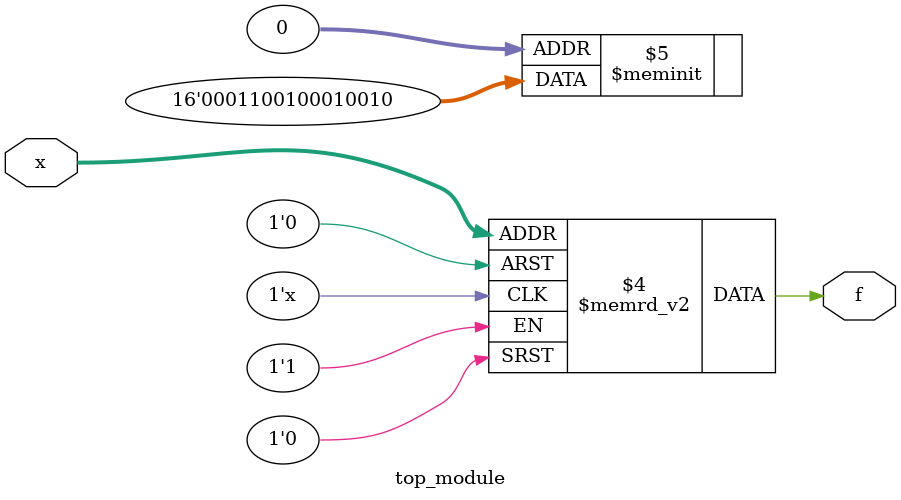
<source format=sv>
module top_module (
	input [4:1] x,
	output logic f
);

// Implementing the function f using a case statement
always_comb begin
	case(x)
		4'b0001: f = 1'b1;
		4'b0010: f = 1'b0;
		4'b0011: f = 1'b0;
		4'b0100: f = 1'b1; // Updated case from 0101 to 0100
		4'b0101: f = 1'b0;
		4'b0110: f = 1'b0;
		4'b0111: f = 1'b0;
		4'b1000: f = 1'b1; // Updated case from 1010 to 1000
		4'b1001: f = 1'b0; // Updated case from 1011 to 1001
		4'b1010: f = 1'b0;
		4'b1011: f = 1'b1;
		4'b1100: f = 1'b1;
		default: f = 1'b0;
	endcase
end

endmodule

</source>
